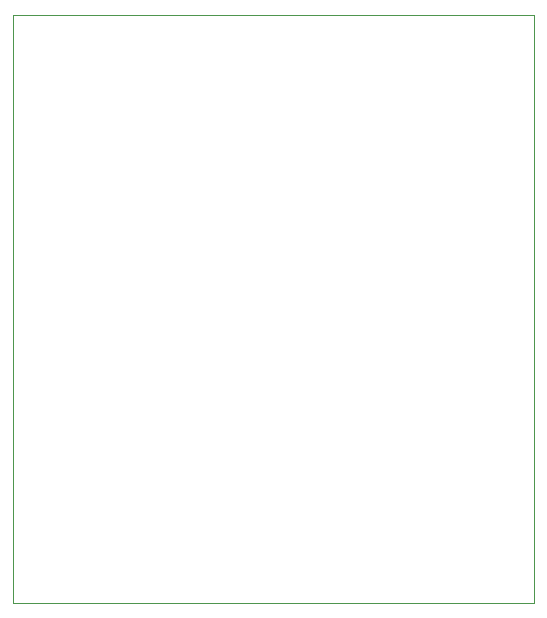
<source format=gbr>
%TF.GenerationSoftware,KiCad,Pcbnew,8.0.6*%
%TF.CreationDate,2025-03-28T19:17:51-04:00*%
%TF.ProjectId,Microcontroller boards,4d696372-6f63-46f6-9e74-726f6c6c6572,rev?*%
%TF.SameCoordinates,Original*%
%TF.FileFunction,Profile,NP*%
%FSLAX46Y46*%
G04 Gerber Fmt 4.6, Leading zero omitted, Abs format (unit mm)*
G04 Created by KiCad (PCBNEW 8.0.6) date 2025-03-28 19:17:51*
%MOMM*%
%LPD*%
G01*
G04 APERTURE LIST*
%TA.AperFunction,Profile*%
%ADD10C,0.050000*%
%TD*%
G04 APERTURE END LIST*
D10*
X96723200Y-58724800D02*
X140766800Y-58724800D01*
X140766800Y-108483400D01*
X96723200Y-108483400D01*
X96723200Y-58724800D01*
M02*

</source>
